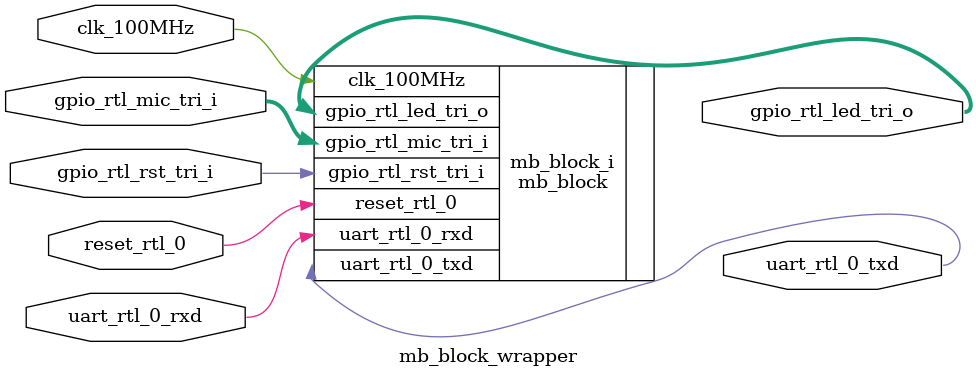
<source format=v>
`timescale 1 ps / 1 ps

module mb_block_wrapper
   (clk_100MHz,
    gpio_rtl_led_tri_o,
    gpio_rtl_mic_tri_i,
    gpio_rtl_rst_tri_i,
    reset_rtl_0,
    uart_rtl_0_rxd,
    uart_rtl_0_txd);
  input clk_100MHz;
  output [31:0]gpio_rtl_led_tri_o;
  input [31:0]gpio_rtl_mic_tri_i;
  input [0:0]gpio_rtl_rst_tri_i;
  input reset_rtl_0;
  input uart_rtl_0_rxd;
  output uart_rtl_0_txd;

  wire clk_100MHz;
  wire [31:0]gpio_rtl_led_tri_o;
  wire [31:0]gpio_rtl_mic_tri_i;
  wire [0:0]gpio_rtl_rst_tri_i;
  wire reset_rtl_0;
  wire uart_rtl_0_rxd;
  wire uart_rtl_0_txd;

  mb_block mb_block_i
       (.clk_100MHz(clk_100MHz),
        .gpio_rtl_led_tri_o(gpio_rtl_led_tri_o),
        .gpio_rtl_mic_tri_i(gpio_rtl_mic_tri_i),
        .gpio_rtl_rst_tri_i(gpio_rtl_rst_tri_i),
        .reset_rtl_0(reset_rtl_0),
        .uart_rtl_0_rxd(uart_rtl_0_rxd),
        .uart_rtl_0_txd(uart_rtl_0_txd));
endmodule

</source>
